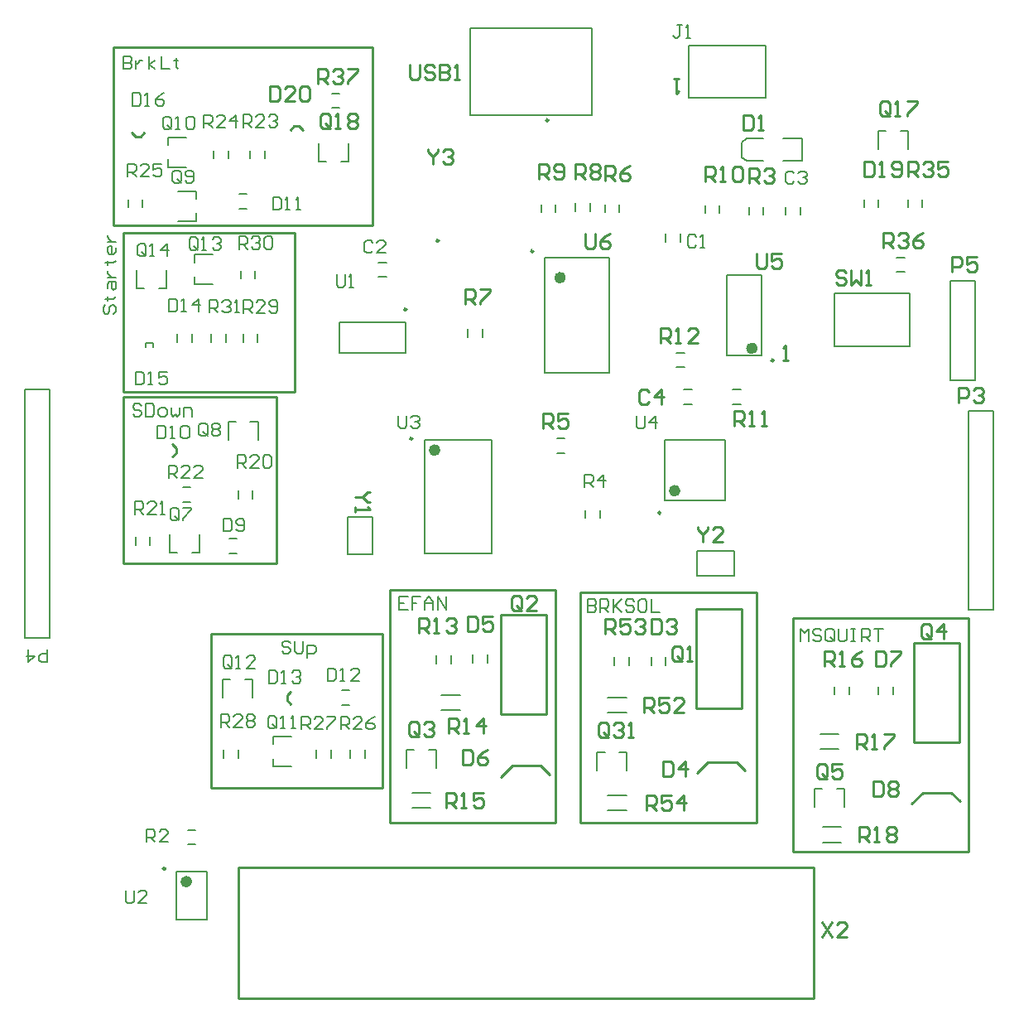
<source format=gto>
G04*
G04 #@! TF.GenerationSoftware,Altium Limited,Altium Designer,18.0.11 (651)*
G04*
G04 Layer_Color=65535*
%FSLAX25Y25*%
%MOIN*%
G70*
G01*
G75*
%ADD10C,0.00984*%
%ADD11C,0.02362*%
%ADD12C,0.00787*%
%ADD13C,0.01000*%
%ADD14C,0.00800*%
%ADD15C,0.00700*%
D10*
X412402Y654528D02*
G03*
X412402Y654528I-492J0D01*
G01*
X406299Y601870D02*
G03*
X406299Y601870I-492J0D01*
G01*
X503051Y557972D02*
G03*
X503051Y557972I-492J0D01*
G01*
X258169Y353465D02*
G03*
X258169Y353465I-492J0D01*
G01*
X457579Y496654D02*
G03*
X457579Y496654I-492J0D01*
G01*
X368209Y606102D02*
G03*
X368209Y606102I-492J0D01*
G01*
X355217Y578445D02*
G03*
X355217Y578445I-492J0D01*
G01*
X357579Y526496D02*
G03*
X357579Y526496I-492J0D01*
G01*
D11*
X418209Y591240D02*
G03*
X418209Y591240I-1181J0D01*
G01*
X495472Y562795D02*
G03*
X495472Y562795I-1181J0D01*
G01*
X267717Y348228D02*
G03*
X267717Y348228I-1181J0D01*
G01*
X464370Y505512D02*
G03*
X464370Y505512I-1181J0D01*
G01*
X367717Y521850D02*
G03*
X367717Y521850I-1181J0D01*
G01*
D12*
X380709Y691535D02*
X429921D01*
X380709Y656693D02*
X429921D01*
X380709D02*
Y691535D01*
X429921Y656693D02*
Y691535D01*
X574232Y550098D02*
X584232D01*
X574232D02*
Y590098D01*
X584232Y550098D02*
Y590098D01*
X574232D02*
X584232D01*
X581614Y537598D02*
X591614D01*
Y457598D02*
Y537598D01*
X581614Y457598D02*
X591614D01*
X581614D02*
Y537598D01*
X410728Y599311D02*
X436713D01*
Y552854D02*
Y599311D01*
X410728Y552854D02*
Y599311D01*
Y552854D02*
X436713D01*
X329134Y419291D02*
X332283D01*
X329134Y425197D02*
X332283D01*
X301378Y394590D02*
Y397638D01*
Y403543D02*
Y406588D01*
X281204Y429528D02*
X284252D01*
X290158D02*
X293202D01*
X338583Y398031D02*
Y401181D01*
X332677Y398031D02*
Y401181D01*
X324803Y398031D02*
Y401181D01*
X318898Y398031D02*
Y401181D01*
X287402Y398031D02*
Y401181D01*
X281496Y398031D02*
Y401181D01*
X486614Y540354D02*
X489764D01*
X486614Y546260D02*
X489764D01*
X498032Y559842D02*
Y592224D01*
X484145Y559842D02*
Y592224D01*
Y559842D02*
X498032D01*
X484145Y592224D02*
X498032D01*
X466929Y540354D02*
X470079D01*
X466929Y546260D02*
X470079D01*
X463976Y561024D02*
X467126D01*
X463976Y555118D02*
X467126D01*
X385827Y567323D02*
Y570472D01*
X379921Y567323D02*
Y570472D01*
X409449Y617520D02*
Y620669D01*
X415354Y617520D02*
Y620669D01*
X298228Y639173D02*
Y642323D01*
X292323Y639173D02*
Y642323D01*
X277559Y639173D02*
Y642323D01*
X283465Y639173D02*
Y642323D01*
X287795Y619095D02*
X290945D01*
X287795Y625000D02*
X290945D01*
X283858Y480315D02*
X287008D01*
X283858Y486221D02*
X287008D01*
X292323Y533268D02*
X295368D01*
X283369D02*
X286417D01*
X338445Y479980D02*
X341614D01*
X331614D02*
X338445D01*
X331614D02*
Y494980D01*
X341614D01*
Y479980D02*
Y494980D01*
X262598Y332874D02*
X274803D01*
X262598Y352165D02*
X274803D01*
Y332874D02*
Y352165D01*
X262598Y332874D02*
Y352165D01*
X262795Y565354D02*
Y568504D01*
X268701Y565354D02*
Y568504D01*
X276575Y565354D02*
Y568504D01*
X282480Y565354D02*
Y568504D01*
X295276Y565354D02*
Y568504D01*
X289370Y565354D02*
Y568504D01*
X294291Y590945D02*
Y594095D01*
X288386Y590945D02*
Y594095D01*
X459252Y501575D02*
X483661D01*
X459252Y525984D02*
X483661D01*
X459252Y501575D02*
Y525984D01*
X483661Y501575D02*
Y525984D01*
X436221Y382972D02*
X443701D01*
X436221Y376870D02*
X443701D01*
X436221Y422342D02*
X443701D01*
X436221Y416240D02*
X443701D01*
X459646Y435433D02*
Y438583D01*
X453740Y435433D02*
Y438583D01*
X438976Y435433D02*
Y438583D01*
X444882Y435433D02*
Y438583D01*
X519590Y385630D02*
X522638D01*
X528543D02*
X531588D01*
X367126Y436024D02*
Y439173D01*
X373031Y436024D02*
Y439173D01*
X522835Y370177D02*
X530315D01*
X522835Y364075D02*
X530315D01*
X355220Y401378D02*
X358268D01*
X364173D02*
X367218D01*
X357480Y383957D02*
X364961D01*
X357480Y377854D02*
X364961D01*
X387795Y436417D02*
Y439567D01*
X381890Y436417D02*
Y439567D01*
X211693Y446339D02*
Y538839D01*
Y546339D01*
X201693D02*
X211693D01*
X201693Y446339D02*
Y546339D01*
Y446339D02*
X211693D01*
X527559Y423622D02*
Y426772D01*
X533465Y423622D02*
Y426772D01*
X369291Y417224D02*
X376772D01*
X369291Y423327D02*
X376772D01*
X551181Y423622D02*
Y426772D01*
X545276Y423622D02*
Y426772D01*
X521850Y401476D02*
X529331D01*
X521850Y407579D02*
X529331D01*
X269882Y588488D02*
Y591535D01*
Y597441D02*
Y600486D01*
X552559Y593504D02*
X555709D01*
X552559Y599409D02*
X555709D01*
X557087Y619488D02*
Y622638D01*
X562992Y619488D02*
Y622638D01*
X554134Y650394D02*
X557179D01*
X545181D02*
X548228D01*
X545276Y619488D02*
Y622638D01*
X539370Y619488D02*
Y622638D01*
X319790Y637992D02*
X322835D01*
X328740D02*
X331788D01*
X325197Y659449D02*
X328346D01*
X325197Y665354D02*
X328346D01*
X440945Y400394D02*
X443990D01*
X431992D02*
X435039D01*
X435039Y617520D02*
Y620669D01*
X440945Y617520D02*
Y620669D01*
X423228Y618110D02*
Y621260D01*
X429134Y618110D02*
Y621260D01*
X481299Y617126D02*
Y620276D01*
X475394Y617126D02*
Y620276D01*
X328346Y560827D02*
Y573228D01*
X354724Y560827D02*
Y573228D01*
X328346Y560827D02*
X354724D01*
X328346Y573228D02*
X354724D01*
X267126Y369094D02*
X270276D01*
X267126Y363189D02*
X270276D01*
X459646Y605709D02*
Y608858D01*
X465551Y605709D02*
Y608858D01*
X513779Y616535D02*
Y619685D01*
X507874Y616535D02*
Y619685D01*
X251969Y483661D02*
Y486811D01*
X246063Y483661D02*
Y486811D01*
X287402Y502362D02*
Y505512D01*
X293307Y502362D02*
Y505512D01*
X259055Y644685D02*
Y647730D01*
Y635732D02*
Y638779D01*
X270472Y614081D02*
Y617126D01*
Y623032D02*
Y626079D01*
X259750Y480512D02*
X262795D01*
X268701D02*
X271749D01*
X249016Y619488D02*
Y622638D01*
X243110Y619488D02*
Y622638D01*
X265158Y500984D02*
X268307D01*
X265158Y506890D02*
X268307D01*
X246463Y586811D02*
X249508D01*
X255413D02*
X258461D01*
X492323Y638189D02*
X499016D01*
X490354Y645669D02*
X492323Y647244D01*
X490354Y639764D02*
X492323Y638189D01*
Y647244D02*
X499016D01*
X490354Y639764D02*
Y645669D01*
X514370Y638189D02*
Y647244D01*
X506890Y638189D02*
X514370D01*
X506890Y647244D02*
X514370D01*
X343898Y597441D02*
X347047D01*
X343898Y591535D02*
X347047D01*
X493110Y616535D02*
Y619685D01*
X499016Y616535D02*
Y619685D01*
X362598Y480118D02*
Y525787D01*
X389370Y480118D02*
Y525787D01*
X362598D02*
X389370D01*
X362598Y480118D02*
X389370D01*
X427165Y494488D02*
Y497638D01*
X433071Y494488D02*
Y497638D01*
X415748Y526575D02*
X418898D01*
X415748Y520669D02*
X418898D01*
X472106Y471378D02*
X487106D01*
Y481378D01*
X472106D02*
X487106D01*
X472106Y474547D02*
Y481378D01*
Y471378D02*
Y474547D01*
X299758Y433128D02*
Y428012D01*
X302316D01*
X303169Y428865D01*
Y432275D01*
X302316Y433128D01*
X299758D01*
X304875Y428012D02*
X306580D01*
X305728D01*
Y433128D01*
X304875Y432275D01*
X309138D02*
X309991Y433128D01*
X311697D01*
X312549Y432275D01*
Y431423D01*
X311697Y430570D01*
X310844D01*
X311697D01*
X312549Y429717D01*
Y428865D01*
X311697Y428012D01*
X309991D01*
X309138Y428865D01*
X323430Y434046D02*
Y428929D01*
X325988D01*
X326841Y429782D01*
Y433193D01*
X325988Y434046D01*
X323430D01*
X328546Y428929D02*
X330252D01*
X329399D01*
Y434046D01*
X328546Y433193D01*
X336221Y428929D02*
X332810D01*
X336221Y432340D01*
Y433193D01*
X335368Y434046D01*
X333663D01*
X332810Y433193D01*
X302833Y410665D02*
Y414076D01*
X301980Y414928D01*
X300275D01*
X299422Y414076D01*
Y410665D01*
X300275Y409812D01*
X301980D01*
X301128Y411517D02*
X302833Y409812D01*
X301980D02*
X302833Y410665D01*
X304538Y409812D02*
X306244D01*
X305391D01*
Y414928D01*
X304538Y414076D01*
X308802Y409812D02*
X310508D01*
X309655D01*
Y414928D01*
X308802Y414076D01*
X284907Y434908D02*
Y438319D01*
X284054Y439172D01*
X282349D01*
X281496Y438319D01*
Y434908D01*
X282349Y434055D01*
X284054D01*
X283202Y435761D02*
X284907Y434055D01*
X284054D02*
X284907Y434908D01*
X286613Y434055D02*
X288318D01*
X287465D01*
Y439172D01*
X286613Y438319D01*
X294287Y434055D02*
X290876D01*
X294287Y437466D01*
Y438319D01*
X293435Y439172D01*
X291729D01*
X290876Y438319D01*
X328740Y409449D02*
Y414565D01*
X331298D01*
X332151Y413713D01*
Y412007D01*
X331298Y411154D01*
X328740D01*
X330446D02*
X332151Y409449D01*
X337268D02*
X333857D01*
X337268Y412860D01*
Y413713D01*
X336415Y414565D01*
X334709D01*
X333857Y413713D01*
X342384Y414565D02*
X340679Y413713D01*
X338973Y412007D01*
Y410302D01*
X339826Y409449D01*
X341531D01*
X342384Y410302D01*
Y411154D01*
X341531Y412007D01*
X338973D01*
X312992Y409449D02*
Y414565D01*
X315550D01*
X316403Y413713D01*
Y412007D01*
X315550Y411154D01*
X312992D01*
X314698D02*
X316403Y409449D01*
X321519D02*
X318109D01*
X321519Y412860D01*
Y413713D01*
X320667Y414565D01*
X318961D01*
X318109Y413713D01*
X323225Y414565D02*
X326636D01*
Y413713D01*
X323225Y410302D01*
Y409449D01*
X280512Y410433D02*
Y415550D01*
X283070D01*
X283923Y414697D01*
Y412991D01*
X283070Y412139D01*
X280512D01*
X282217D02*
X283923Y410433D01*
X289039D02*
X285628D01*
X289039Y413844D01*
Y414697D01*
X288187Y415550D01*
X286481D01*
X285628Y414697D01*
X290745D02*
X291598Y415550D01*
X293303D01*
X294156Y414697D01*
Y413844D01*
X293303Y412991D01*
X294156Y412139D01*
Y411286D01*
X293303Y410433D01*
X291598D01*
X290745Y411286D01*
Y412139D01*
X291598Y412991D01*
X290745Y413844D01*
Y414697D01*
X291598Y412991D02*
X293303D01*
X308529Y444224D02*
X307676Y445077D01*
X305971D01*
X305118Y444224D01*
Y443372D01*
X305971Y442519D01*
X307676D01*
X308529Y441666D01*
Y440813D01*
X307676Y439961D01*
X305971D01*
X305118Y440813D01*
X310235Y445077D02*
Y440813D01*
X311087Y439961D01*
X312793D01*
X313646Y440813D01*
Y445077D01*
X315351Y438255D02*
Y443372D01*
X317909D01*
X318762Y442519D01*
Y440813D01*
X317909Y439961D01*
X315351D01*
X428150Y461809D02*
Y456693D01*
X430708D01*
X431561Y457546D01*
Y458398D01*
X430708Y459251D01*
X428150D01*
X430708D01*
X431561Y460104D01*
Y460957D01*
X430708Y461809D01*
X428150D01*
X433266Y456693D02*
Y461809D01*
X435824D01*
X436677Y460957D01*
Y459251D01*
X435824Y458398D01*
X433266D01*
X434972D02*
X436677Y456693D01*
X438382Y461809D02*
Y456693D01*
Y458398D01*
X441793Y461809D01*
X439235Y459251D01*
X441793Y456693D01*
X446910Y460957D02*
X446057Y461809D01*
X444352D01*
X443499Y460957D01*
Y460104D01*
X444352Y459251D01*
X446057D01*
X446910Y458398D01*
Y457546D01*
X446057Y456693D01*
X444352D01*
X443499Y457546D01*
X451174Y461809D02*
X449468D01*
X448615Y460957D01*
Y457546D01*
X449468Y456693D01*
X451174D01*
X452026Y457546D01*
Y460957D01*
X451174Y461809D01*
X453732D02*
Y456693D01*
X457143D01*
X513779Y444882D02*
Y449998D01*
X515485Y448293D01*
X517191Y449998D01*
Y444882D01*
X522307Y449146D02*
X521454Y449998D01*
X519749D01*
X518896Y449146D01*
Y448293D01*
X519749Y447440D01*
X521454D01*
X522307Y446587D01*
Y445735D01*
X521454Y444882D01*
X519749D01*
X518896Y445735D01*
X527423D02*
Y449146D01*
X526571Y449998D01*
X524865D01*
X524013Y449146D01*
Y445735D01*
X524865Y444882D01*
X526571D01*
X525718Y446587D02*
X527423Y444882D01*
X526571D02*
X527423Y445735D01*
X529129Y449998D02*
Y445735D01*
X529982Y444882D01*
X531687D01*
X532540Y445735D01*
Y449998D01*
X534245D02*
X535951D01*
X535098D01*
Y444882D01*
X534245D01*
X535951D01*
X538509D02*
Y449998D01*
X541067D01*
X541920Y449146D01*
Y447440D01*
X541067Y446587D01*
X538509D01*
X540215D02*
X541920Y444882D01*
X543626Y449998D02*
X547037D01*
X545331D01*
Y444882D01*
X355773Y462794D02*
X352362D01*
Y457677D01*
X355773D01*
X352362Y460235D02*
X354068D01*
X360890Y462794D02*
X357479D01*
Y460235D01*
X359184D01*
X357479D01*
Y457677D01*
X362595D02*
Y461088D01*
X364301Y462794D01*
X366006Y461088D01*
Y457677D01*
Y460235D01*
X362595D01*
X367712Y457677D02*
Y462794D01*
X371123Y457677D01*
Y462794D01*
X241142Y680313D02*
Y675197D01*
X243700D01*
X244553Y676050D01*
Y676902D01*
X243700Y677755D01*
X241142D01*
X243700D01*
X244553Y678608D01*
Y679461D01*
X243700Y680313D01*
X241142D01*
X246258Y678608D02*
Y675197D01*
Y676902D01*
X247111Y677755D01*
X247964Y678608D01*
X248816D01*
X251375Y675197D02*
Y680313D01*
Y676902D02*
X253933Y678608D01*
X251375Y676902D02*
X253933Y675197D01*
X256491Y680313D02*
Y675197D01*
X259902D01*
X262460Y679461D02*
Y678608D01*
X261608D01*
X263313D01*
X262460D01*
Y676050D01*
X263313Y675197D01*
X233925Y580183D02*
X233072Y579330D01*
Y577624D01*
X233925Y576772D01*
X234778D01*
X235631Y577624D01*
Y579330D01*
X236484Y580183D01*
X237336D01*
X238189Y579330D01*
Y577624D01*
X237336Y576772D01*
X233925Y582741D02*
X234778D01*
Y581888D01*
Y583594D01*
Y582741D01*
X237336D01*
X238189Y583594D01*
X234778Y587005D02*
Y588710D01*
X235631Y589563D01*
X238189D01*
Y587005D01*
X237336Y586152D01*
X236484Y587005D01*
Y589563D01*
X234778Y591268D02*
X238189D01*
X236484D01*
X235631Y592121D01*
X234778Y592974D01*
Y593826D01*
X233925Y597237D02*
X234778D01*
Y596385D01*
Y598090D01*
Y597237D01*
X237336D01*
X238189Y598090D01*
Y603207D02*
Y601501D01*
X237336Y600648D01*
X235631D01*
X234778Y601501D01*
Y603207D01*
X235631Y604059D01*
X236484D01*
Y600648D01*
X234778Y605765D02*
X238189D01*
X236484D01*
X235631Y606618D01*
X234778Y607470D01*
Y608323D01*
X248490Y539697D02*
X247637Y540550D01*
X245932D01*
X245079Y539697D01*
Y538844D01*
X245932Y537991D01*
X247637D01*
X248490Y537139D01*
Y536286D01*
X247637Y535433D01*
X245932D01*
X245079Y536286D01*
X250195Y540550D02*
Y535433D01*
X252753D01*
X253606Y536286D01*
Y539697D01*
X252753Y540550D01*
X250195D01*
X256164Y535433D02*
X257870D01*
X258723Y536286D01*
Y537991D01*
X257870Y538844D01*
X256164D01*
X255312Y537991D01*
Y536286D01*
X256164Y535433D01*
X260428Y538844D02*
Y536286D01*
X261281Y535433D01*
X262134Y536286D01*
X262986Y535433D01*
X263839Y536286D01*
Y538844D01*
X265545Y535433D02*
Y538844D01*
X268103D01*
X268955Y537991D01*
Y535433D01*
X447835Y535628D02*
Y531364D01*
X448687Y530512D01*
X450393D01*
X451246Y531364D01*
Y535628D01*
X455509Y530512D02*
Y535628D01*
X452951Y533070D01*
X456362D01*
X351843Y535769D02*
Y531505D01*
X352696Y530653D01*
X354401D01*
X355254Y531505D01*
Y535769D01*
X356960Y534916D02*
X357812Y535769D01*
X359518D01*
X360371Y534916D01*
Y534064D01*
X359518Y533211D01*
X358665D01*
X359518D01*
X360371Y532358D01*
Y531505D01*
X359518Y530653D01*
X357812D01*
X356960Y531505D01*
X242126Y344683D02*
Y340420D01*
X242979Y339567D01*
X244684D01*
X245537Y340420D01*
Y344683D01*
X250653Y339567D02*
X247242D01*
X250653Y342978D01*
Y343831D01*
X249801Y344683D01*
X248095D01*
X247242Y343831D01*
X327058Y592453D02*
Y588190D01*
X327910Y587337D01*
X329616D01*
X330468Y588190D01*
Y592453D01*
X332174Y587337D02*
X333879D01*
X333027D01*
Y592453D01*
X332174Y591601D01*
X275886Y577165D02*
Y582282D01*
X278444D01*
X279297Y581429D01*
Y579724D01*
X278444Y578871D01*
X275886D01*
X277591D02*
X279297Y577165D01*
X281002Y581429D02*
X281855Y582282D01*
X283560D01*
X284413Y581429D01*
Y580576D01*
X283560Y579724D01*
X282708D01*
X283560D01*
X284413Y578871D01*
Y578018D01*
X283560Y577165D01*
X281855D01*
X281002Y578018D01*
X286119Y577165D02*
X287824D01*
X286971D01*
Y582282D01*
X286119Y581429D01*
X287697Y602756D02*
Y607872D01*
X290255D01*
X291108Y607020D01*
Y605314D01*
X290255Y604461D01*
X287697D01*
X289402D02*
X291108Y602756D01*
X292813Y607020D02*
X293666Y607872D01*
X295372D01*
X296224Y607020D01*
Y606167D01*
X295372Y605314D01*
X294519D01*
X295372D01*
X296224Y604461D01*
Y603609D01*
X295372Y602756D01*
X293666D01*
X292813Y603609D01*
X297930Y607020D02*
X298782Y607872D01*
X300488D01*
X301341Y607020D01*
Y603609D01*
X300488Y602756D01*
X298782D01*
X297930Y603609D01*
Y607020D01*
X289665Y577067D02*
Y582183D01*
X292224D01*
X293076Y581331D01*
Y579625D01*
X292224Y578772D01*
X289665D01*
X291371D02*
X293076Y577067D01*
X298193D02*
X294782D01*
X298193Y580478D01*
Y581331D01*
X297340Y582183D01*
X295635D01*
X294782Y581331D01*
X299898Y577920D02*
X300751Y577067D01*
X302456D01*
X303309Y577920D01*
Y581331D01*
X302456Y582183D01*
X300751D01*
X299898Y581331D01*
Y580478D01*
X300751Y579625D01*
X303309D01*
X242954Y631888D02*
Y637005D01*
X245513D01*
X246365Y636152D01*
Y634446D01*
X245513Y633594D01*
X242954D01*
X244660D02*
X246365Y631888D01*
X251482D02*
X248071D01*
X251482Y635299D01*
Y636152D01*
X250629Y637005D01*
X248923D01*
X248071Y636152D01*
X256598Y637005D02*
X253187D01*
Y634446D01*
X254893Y635299D01*
X255746D01*
X256598Y634446D01*
Y632741D01*
X255746Y631888D01*
X254040D01*
X253187Y632741D01*
X273622Y651575D02*
Y656691D01*
X276180D01*
X277033Y655838D01*
Y654133D01*
X276180Y653280D01*
X273622D01*
X275327D02*
X277033Y651575D01*
X282150D02*
X278738D01*
X282150Y654986D01*
Y655838D01*
X281297Y656691D01*
X279591D01*
X278738Y655838D01*
X286413Y651575D02*
Y656691D01*
X283855Y654133D01*
X287266D01*
X289469Y651673D02*
Y656790D01*
X292027D01*
X292880Y655937D01*
Y654232D01*
X292027Y653379D01*
X289469D01*
X291174D02*
X292880Y651673D01*
X297996D02*
X294585D01*
X297996Y655084D01*
Y655937D01*
X297143Y656790D01*
X295438D01*
X294585Y655937D01*
X299701D02*
X300554Y656790D01*
X302260D01*
X303112Y655937D01*
Y655084D01*
X302260Y654232D01*
X301407D01*
X302260D01*
X303112Y653379D01*
Y652526D01*
X302260Y651673D01*
X300554D01*
X299701Y652526D01*
X259453Y510638D02*
Y515754D01*
X262011D01*
X262864Y514901D01*
Y513196D01*
X262011Y512343D01*
X259453D01*
X261158D02*
X262864Y510638D01*
X267980D02*
X264569D01*
X267980Y514049D01*
Y514901D01*
X267127Y515754D01*
X265422D01*
X264569Y514901D01*
X273097Y510638D02*
X269686D01*
X273097Y514049D01*
Y514901D01*
X272244Y515754D01*
X270538D01*
X269686Y514901D01*
X245894Y496073D02*
Y501190D01*
X248452D01*
X249305Y500337D01*
Y498631D01*
X248452Y497779D01*
X245894D01*
X247599D02*
X249305Y496073D01*
X254421D02*
X251010D01*
X254421Y499484D01*
Y500337D01*
X253568Y501190D01*
X251863D01*
X251010Y500337D01*
X256127Y496073D02*
X257832D01*
X256979D01*
Y501190D01*
X256127Y500337D01*
X287184Y514774D02*
Y519890D01*
X289742D01*
X290595Y519038D01*
Y517332D01*
X289742Y516479D01*
X287184D01*
X288890D02*
X290595Y514774D01*
X295712D02*
X292301D01*
X295712Y518185D01*
Y519038D01*
X294859Y519890D01*
X293153D01*
X292301Y519038D01*
X297417D02*
X298270Y519890D01*
X299975D01*
X300828Y519038D01*
Y515627D01*
X299975Y514774D01*
X298270D01*
X297417Y515627D01*
Y519038D01*
X427010Y506906D02*
Y512022D01*
X429568D01*
X430421Y511169D01*
Y509464D01*
X429568Y508611D01*
X427010D01*
X428716D02*
X430421Y506906D01*
X434685D02*
Y512022D01*
X432127Y509464D01*
X435538D01*
X250591Y364173D02*
Y369290D01*
X253149D01*
X254001Y368437D01*
Y366731D01*
X253149Y365879D01*
X250591D01*
X252296D02*
X254001Y364173D01*
X259118D02*
X255707D01*
X259118Y367584D01*
Y368437D01*
X258265Y369290D01*
X256560D01*
X255707Y368437D01*
X250265Y600662D02*
Y604073D01*
X249412Y604926D01*
X247706D01*
X246854Y604073D01*
Y600662D01*
X247706Y599810D01*
X249412D01*
X248559Y601515D02*
X250265Y599810D01*
X249412D02*
X250265Y600662D01*
X251970Y599810D02*
X253676D01*
X252823D01*
Y604926D01*
X251970Y604073D01*
X258792Y599810D02*
Y604926D01*
X256234Y602368D01*
X259645D01*
X271128Y603215D02*
Y606626D01*
X270275Y607479D01*
X268569D01*
X267717Y606626D01*
Y603215D01*
X268569Y602362D01*
X270275D01*
X269422Y604068D02*
X271128Y602362D01*
X270275D02*
X271128Y603215D01*
X272833Y602362D02*
X274538D01*
X273686D01*
Y607479D01*
X272833Y606626D01*
X277097D02*
X277949Y607479D01*
X279655D01*
X280508Y606626D01*
Y605773D01*
X279655Y604920D01*
X278802D01*
X279655D01*
X280508Y604068D01*
Y603215D01*
X279655Y602362D01*
X277949D01*
X277097Y603215D01*
X260516Y651780D02*
Y655191D01*
X259663Y656044D01*
X257958D01*
X257105Y655191D01*
Y651780D01*
X257958Y650928D01*
X259663D01*
X258810Y652633D02*
X260516Y650928D01*
X259663D02*
X260516Y651780D01*
X262221Y650928D02*
X263927D01*
X263074D01*
Y656044D01*
X262221Y655191D01*
X266485D02*
X267338Y656044D01*
X269043D01*
X269896Y655191D01*
Y651780D01*
X269043Y650928D01*
X267338D01*
X266485Y651780D01*
Y655191D01*
X264418Y630125D02*
Y633536D01*
X263565Y634389D01*
X261860D01*
X261007Y633536D01*
Y630125D01*
X261860Y629272D01*
X263565D01*
X262713Y630978D02*
X264418Y629272D01*
X263565D02*
X264418Y630125D01*
X266124D02*
X266976Y629272D01*
X268682D01*
X269534Y630125D01*
Y633536D01*
X268682Y634389D01*
X266976D01*
X266124Y633536D01*
Y632683D01*
X266976Y631831D01*
X269534D01*
X275064Y528412D02*
Y531823D01*
X274212Y532676D01*
X272506D01*
X271654Y531823D01*
Y528412D01*
X272506Y527559D01*
X274212D01*
X273359Y529264D02*
X275064Y527559D01*
X274212D02*
X275064Y528412D01*
X276770Y531823D02*
X277623Y532676D01*
X279328D01*
X280181Y531823D01*
Y530970D01*
X279328Y530117D01*
X280181Y529264D01*
Y528412D01*
X279328Y527559D01*
X277623D01*
X276770Y528412D01*
Y529264D01*
X277623Y530117D01*
X276770Y530970D01*
Y531823D01*
X277623Y530117D02*
X279328D01*
X263538Y494406D02*
Y497817D01*
X262685Y498670D01*
X260980D01*
X260127Y497817D01*
Y494406D01*
X260980Y493553D01*
X262685D01*
X261832Y495259D02*
X263538Y493553D01*
X262685D02*
X263538Y494406D01*
X265243Y498670D02*
X268654D01*
Y497817D01*
X265243Y494406D01*
Y493553D01*
X210630Y441653D02*
Y436537D01*
X208072D01*
X207219Y437390D01*
Y439095D01*
X208072Y439948D01*
X210630D01*
X202955Y441653D02*
Y436537D01*
X205514Y439095D01*
X202102D01*
X466065Y692875D02*
X464359D01*
X465212D01*
Y688611D01*
X464359Y687758D01*
X463506D01*
X462653Y688611D01*
X467770Y687758D02*
X469476D01*
X468623D01*
Y692875D01*
X467770Y692022D01*
X244861Y665553D02*
Y660436D01*
X247420D01*
X248272Y661289D01*
Y664700D01*
X247420Y665553D01*
X244861D01*
X249978Y660436D02*
X251683D01*
X250831D01*
Y665553D01*
X249978Y664700D01*
X257653Y665553D02*
X255947Y664700D01*
X254242Y662994D01*
Y661289D01*
X255094Y660436D01*
X256800D01*
X257653Y661289D01*
Y662142D01*
X256800Y662994D01*
X254242D01*
X246063Y553345D02*
Y548228D01*
X248621D01*
X249474Y549081D01*
Y552492D01*
X248621Y553345D01*
X246063D01*
X251179Y548228D02*
X252885D01*
X252032D01*
Y553345D01*
X251179Y552492D01*
X258854Y553345D02*
X255443D01*
Y550787D01*
X257149Y551639D01*
X258001D01*
X258854Y550787D01*
Y549081D01*
X258001Y548228D01*
X256296D01*
X255443Y549081D01*
X259547Y582676D02*
Y577559D01*
X262105D01*
X262958Y578412D01*
Y581823D01*
X262105Y582676D01*
X259547D01*
X264664Y577559D02*
X266369D01*
X265516D01*
Y582676D01*
X264664Y581823D01*
X271486Y577559D02*
Y582676D01*
X268927Y580117D01*
X272338D01*
X301378Y623620D02*
Y618504D01*
X303936D01*
X304789Y619357D01*
Y622768D01*
X303936Y623620D01*
X301378D01*
X306494Y618504D02*
X308200D01*
X307347D01*
Y623620D01*
X306494Y622768D01*
X310758Y618504D02*
X312464D01*
X311611D01*
Y623620D01*
X310758Y622768D01*
X254921Y531691D02*
Y526575D01*
X257480D01*
X258332Y527427D01*
Y530838D01*
X257480Y531691D01*
X254921D01*
X260038Y526575D02*
X261743D01*
X260891D01*
Y531691D01*
X260038Y530838D01*
X264301D02*
X265154Y531691D01*
X266860D01*
X267712Y530838D01*
Y527427D01*
X266860Y526575D01*
X265154D01*
X264301Y527427D01*
Y530838D01*
X281496Y494290D02*
Y489173D01*
X284054D01*
X284907Y490026D01*
Y493437D01*
X284054Y494290D01*
X281496D01*
X286613Y490026D02*
X287465Y489173D01*
X289171D01*
X290023Y490026D01*
Y493437D01*
X289171Y494290D01*
X287465D01*
X286613Y493437D01*
Y492584D01*
X287465Y491732D01*
X290023D01*
X511285Y633201D02*
X510432Y634054D01*
X508727D01*
X507874Y633201D01*
Y629790D01*
X508727Y628937D01*
X510432D01*
X511285Y629790D01*
X512991Y633201D02*
X513843Y634054D01*
X515549D01*
X516401Y633201D01*
Y632348D01*
X515549Y631495D01*
X514696D01*
X515549D01*
X516401Y630643D01*
Y629790D01*
X515549Y628937D01*
X513843D01*
X512991Y629790D01*
X341604Y605431D02*
X340751Y606283D01*
X339046D01*
X338193Y605431D01*
Y602020D01*
X339046Y601167D01*
X340751D01*
X341604Y602020D01*
X346720Y601167D02*
X343309D01*
X346720Y604578D01*
Y605431D01*
X345868Y606283D01*
X344162D01*
X343309Y605431D01*
X471915Y607610D02*
X471062Y608463D01*
X469357D01*
X468504Y607610D01*
Y604199D01*
X469357Y603346D01*
X471062D01*
X471915Y604199D01*
X473620Y603346D02*
X475326D01*
X474473D01*
Y608463D01*
X473620Y607610D01*
D13*
X307067Y421244D02*
X308567Y419744D01*
X307067Y423244D02*
X308567Y424744D01*
X307067Y421244D02*
Y423244D01*
X276575Y447835D02*
X345473D01*
X276575Y385827D02*
Y447835D01*
X345473Y385827D02*
Y447835D01*
X276575Y385827D02*
X345473D01*
X237205Y684055D02*
X341535D01*
X237205Y612205D02*
Y684055D01*
X341535Y612205D02*
Y684055D01*
X237205Y612205D02*
X341535D01*
X308524Y650685D02*
X310024Y652185D01*
X312024D02*
X313524Y650685D01*
X310024Y652185D02*
X312024D01*
X241142Y476378D02*
X302904D01*
Y543307D01*
X241142Y476378D02*
Y543307D01*
X302904D01*
X260921Y524154D02*
X262421Y522653D01*
X260921Y519153D02*
X262421Y520653D01*
Y522653D01*
X241142Y545276D02*
X310039D01*
Y545276D02*
Y609252D01*
X241142Y545276D02*
Y609252D01*
X310039D01*
X519153Y349705D02*
Y353858D01*
X287539Y349705D02*
Y353858D01*
X519153D01*
Y305472D02*
Y349705D01*
X287539Y305472D02*
Y349705D01*
Y301260D02*
X519153D01*
X287539D02*
Y305472D01*
X519153Y301260D02*
Y305472D01*
X348425Y371949D02*
X415354D01*
Y465551D01*
X348425Y371949D02*
Y465551D01*
X415354D01*
X425197Y372047D02*
X496063D01*
Y464567D01*
X425197Y372047D02*
Y464567D01*
X496063D01*
X510827Y454429D02*
X581693D01*
X510827Y360236D02*
Y454429D01*
X581693Y360236D02*
Y454429D01*
X510827Y360236D02*
X581693D01*
X471799Y417992D02*
Y457992D01*
X490299D01*
Y417992D02*
Y457992D01*
X471799Y417992D02*
X490299D01*
X472049Y391799D02*
X476549Y396299D01*
X488049D01*
X491549Y392799D01*
X393059Y415669D02*
Y455669D01*
X411559D01*
Y415669D02*
Y455669D01*
X393059Y415669D02*
X411559D01*
X558663Y379594D02*
X563163Y384095D01*
X574663D01*
X578163Y380594D01*
X559398Y404213D02*
Y444213D01*
X577898D01*
Y404213D02*
Y444213D01*
X559398Y404213D02*
X577898D01*
X393309Y390421D02*
X397809Y394921D01*
X409309D01*
X412809Y391421D01*
X246047Y648012D02*
X248047D01*
X244547Y649512D02*
X246047Y648012D01*
X248047D02*
X249547Y649512D01*
X356398Y677061D02*
Y672063D01*
X357397Y671063D01*
X359397D01*
X360396Y672063D01*
Y677061D01*
X366394Y676061D02*
X365395Y677061D01*
X363395D01*
X362396Y676061D01*
Y675062D01*
X363395Y674062D01*
X365395D01*
X366394Y673062D01*
Y672063D01*
X365395Y671063D01*
X363395D01*
X362396Y672063D01*
X368394Y677061D02*
Y671063D01*
X371393D01*
X372393Y672063D01*
Y673062D01*
X371393Y674062D01*
X368394D01*
X371393D01*
X372393Y675062D01*
Y676061D01*
X371393Y677061D01*
X368394D01*
X374392Y671063D02*
X376391D01*
X375392D01*
Y677061D01*
X374392Y676061D01*
X574882Y593448D02*
Y599446D01*
X577881D01*
X578881Y598447D01*
Y596448D01*
X577881Y595448D01*
X574882D01*
X584879Y599446D02*
X580880D01*
Y596448D01*
X582880Y597447D01*
X583879D01*
X584879Y596448D01*
Y594448D01*
X583879Y593448D01*
X581880D01*
X580880Y594448D01*
X427362Y609049D02*
Y604051D01*
X428362Y603051D01*
X430361D01*
X431361Y604051D01*
Y609049D01*
X437359D02*
X435360Y608050D01*
X433360Y606050D01*
Y604051D01*
X434360Y603051D01*
X436359D01*
X437359Y604051D01*
Y605051D01*
X436359Y606050D01*
X433360D01*
X487205Y531496D02*
Y537494D01*
X490204D01*
X491203Y536494D01*
Y534495D01*
X490204Y533495D01*
X487205D01*
X489204D02*
X491203Y531496D01*
X493203D02*
X495202D01*
X494203D01*
Y537494D01*
X493203Y536494D01*
X498201Y531496D02*
X500201D01*
X499201D01*
Y537494D01*
X498201Y536494D01*
X506890Y558071D02*
X508889D01*
X507889D01*
Y564069D01*
X506890Y563069D01*
X452818Y545353D02*
X451818Y546352D01*
X449819D01*
X448819Y545353D01*
Y541354D01*
X449819Y540354D01*
X451818D01*
X452818Y541354D01*
X457816Y540354D02*
Y546352D01*
X454817Y543353D01*
X458816D01*
X457677Y564961D02*
Y570959D01*
X460676D01*
X461676Y569959D01*
Y567960D01*
X460676Y566960D01*
X457677D01*
X459677D02*
X461676Y564961D01*
X463675D02*
X465675D01*
X464675D01*
Y570959D01*
X463675Y569959D01*
X472672Y564961D02*
X468674D01*
X472672Y568959D01*
Y569959D01*
X471673Y570959D01*
X469673D01*
X468674Y569959D01*
X464852Y671334D02*
X462853D01*
X463852D01*
Y665336D01*
X464852Y666335D01*
X496063Y600880D02*
Y595882D01*
X497063Y594882D01*
X499062D01*
X500062Y595882D01*
Y600880D01*
X506060D02*
X502061D01*
Y597881D01*
X504060Y598881D01*
X505060D01*
X506060Y597881D01*
Y595882D01*
X505060Y594882D01*
X503061D01*
X502061Y595882D01*
X363740Y642799D02*
Y641799D01*
X365739Y639800D01*
X367739Y641799D01*
Y642799D01*
X365739Y639800D02*
Y636801D01*
X369738Y641799D02*
X370738Y642799D01*
X372737D01*
X373737Y641799D01*
Y640800D01*
X372737Y639800D01*
X371738D01*
X372737D01*
X373737Y638800D01*
Y637801D01*
X372737Y636801D01*
X370738D01*
X369738Y637801D01*
X522638Y331785D02*
X526637Y325787D01*
Y331785D02*
X522638Y325787D01*
X532635D02*
X528636D01*
X532635Y329786D01*
Y330786D01*
X531635Y331785D01*
X529635D01*
X528636Y330786D01*
X451772Y376969D02*
Y382967D01*
X454771D01*
X455770Y381967D01*
Y379967D01*
X454771Y378968D01*
X451772D01*
X453771D02*
X455770Y376969D01*
X461768Y382967D02*
X457770D01*
Y379967D01*
X459769Y380967D01*
X460769D01*
X461768Y379967D01*
Y377968D01*
X460769Y376969D01*
X458769D01*
X457770Y377968D01*
X466767Y376969D02*
Y382967D01*
X463768Y379967D01*
X467767D01*
X435039Y447835D02*
Y453833D01*
X438038D01*
X439038Y452833D01*
Y450834D01*
X438038Y449834D01*
X435039D01*
X437039D02*
X439038Y447835D01*
X445036Y453833D02*
X441037D01*
Y450834D01*
X443037Y451833D01*
X444036D01*
X445036Y450834D01*
Y448834D01*
X444036Y447835D01*
X442037D01*
X441037Y448834D01*
X447036Y452833D02*
X448035Y453833D01*
X450035D01*
X451034Y452833D01*
Y451833D01*
X450035Y450834D01*
X449035D01*
X450035D01*
X451034Y449834D01*
Y448834D01*
X450035Y447835D01*
X448035D01*
X447036Y448834D01*
X450787Y416339D02*
Y422337D01*
X453786D01*
X454786Y421337D01*
Y419338D01*
X453786Y418338D01*
X450787D01*
X452787D02*
X454786Y416339D01*
X460784Y422337D02*
X456785D01*
Y419338D01*
X458785Y420337D01*
X459785D01*
X460784Y419338D01*
Y417338D01*
X459785Y416339D01*
X457785D01*
X456785Y417338D01*
X466782Y416339D02*
X462783D01*
X466782Y420337D01*
Y421337D01*
X465782Y422337D01*
X463783D01*
X462783Y421337D01*
X319669Y669300D02*
Y675298D01*
X322668D01*
X323667Y674298D01*
Y672299D01*
X322668Y671299D01*
X319669D01*
X321668D02*
X323667Y669300D01*
X325667Y674298D02*
X326666Y675298D01*
X328666D01*
X329665Y674298D01*
Y673299D01*
X328666Y672299D01*
X327666D01*
X328666D01*
X329665Y671299D01*
Y670300D01*
X328666Y669300D01*
X326666D01*
X325667Y670300D01*
X331665Y675298D02*
X335663D01*
Y674298D01*
X331665Y670300D01*
Y669300D01*
X547084Y603400D02*
Y609398D01*
X550083D01*
X551083Y608398D01*
Y606399D01*
X550083Y605399D01*
X547084D01*
X549084D02*
X551083Y603400D01*
X553082Y608398D02*
X554082Y609398D01*
X556081D01*
X557081Y608398D01*
Y607399D01*
X556081Y606399D01*
X555082D01*
X556081D01*
X557081Y605399D01*
Y604400D01*
X556081Y603400D01*
X554082D01*
X553082Y604400D01*
X563079Y609398D02*
X561080Y608398D01*
X559080Y606399D01*
Y604400D01*
X560080Y603400D01*
X562079D01*
X563079Y604400D01*
Y605399D01*
X562079Y606399D01*
X559080D01*
X557121Y632092D02*
Y638090D01*
X560119D01*
X561119Y637090D01*
Y635091D01*
X560119Y634092D01*
X557121D01*
X559120D02*
X561119Y632092D01*
X563119Y637090D02*
X564118Y638090D01*
X566118D01*
X567117Y637090D01*
Y636091D01*
X566118Y635091D01*
X565118D01*
X566118D01*
X567117Y634092D01*
Y633092D01*
X566118Y632092D01*
X564118D01*
X563119Y633092D01*
X573115Y638090D02*
X569117D01*
Y635091D01*
X571116Y636091D01*
X572116D01*
X573115Y635091D01*
Y633092D01*
X572116Y632092D01*
X570116D01*
X569117Y633092D01*
X537402Y364173D02*
Y370171D01*
X540401D01*
X541400Y369172D01*
Y367172D01*
X540401Y366173D01*
X537402D01*
X539401D02*
X541400Y364173D01*
X543400D02*
X545399D01*
X544399D01*
Y370171D01*
X543400Y369172D01*
X548398D02*
X549398Y370171D01*
X551397D01*
X552397Y369172D01*
Y368172D01*
X551397Y367172D01*
X552397Y366173D01*
Y365173D01*
X551397Y364173D01*
X549398D01*
X548398Y365173D01*
Y366173D01*
X549398Y367172D01*
X548398Y368172D01*
Y369172D01*
X549398Y367172D02*
X551397D01*
X536417Y401575D02*
Y407573D01*
X539416D01*
X540416Y406573D01*
Y404574D01*
X539416Y403574D01*
X536417D01*
X538417D02*
X540416Y401575D01*
X542415D02*
X544415D01*
X543415D01*
Y407573D01*
X542415Y406573D01*
X547414Y407573D02*
X551412D01*
Y406573D01*
X547414Y402574D01*
Y401575D01*
X523622Y435039D02*
Y441037D01*
X526621D01*
X527621Y440038D01*
Y438038D01*
X526621Y437039D01*
X523622D01*
X525621D02*
X527621Y435039D01*
X529620D02*
X531620D01*
X530620D01*
Y441037D01*
X529620Y440038D01*
X538617Y441037D02*
X536618Y440038D01*
X534619Y438038D01*
Y436039D01*
X535618Y435039D01*
X537617D01*
X538617Y436039D01*
Y437039D01*
X537617Y438038D01*
X534619D01*
X371063Y377953D02*
Y383951D01*
X374062D01*
X375062Y382951D01*
Y380952D01*
X374062Y379952D01*
X371063D01*
X373062D02*
X375062Y377953D01*
X377061D02*
X379060D01*
X378061D01*
Y383951D01*
X377061Y382951D01*
X386058Y383951D02*
X382059D01*
Y380952D01*
X384059Y381951D01*
X385058D01*
X386058Y380952D01*
Y378952D01*
X385058Y377953D01*
X383059D01*
X382059Y378952D01*
X372146Y408071D02*
Y414069D01*
X375145D01*
X376144Y413069D01*
Y411070D01*
X375145Y410070D01*
X372146D01*
X374145D02*
X376144Y408071D01*
X378144D02*
X380143D01*
X379143D01*
Y414069D01*
X378144Y413069D01*
X386141Y408071D02*
Y414069D01*
X383142Y411070D01*
X387141D01*
X360236Y448425D02*
Y454423D01*
X363235D01*
X364235Y453424D01*
Y451424D01*
X363235Y450425D01*
X360236D01*
X362236D02*
X364235Y448425D01*
X366234D02*
X368234D01*
X367234D01*
Y454423D01*
X366234Y453424D01*
X371233D02*
X372232Y454423D01*
X374232D01*
X375231Y453424D01*
Y452424D01*
X374232Y451424D01*
X373232D01*
X374232D01*
X375231Y450425D01*
Y449425D01*
X374232Y448425D01*
X372232D01*
X371233Y449425D01*
X475420Y629816D02*
Y635815D01*
X478419D01*
X479418Y634815D01*
Y632816D01*
X478419Y631816D01*
X475420D01*
X477419D02*
X479418Y629816D01*
X481418D02*
X483417D01*
X482417D01*
Y635815D01*
X481418Y634815D01*
X486416D02*
X487416Y635815D01*
X489415D01*
X490415Y634815D01*
Y630816D01*
X489415Y629816D01*
X487416D01*
X486416Y630816D01*
Y634815D01*
X408465Y630905D02*
Y636904D01*
X411464D01*
X412463Y635904D01*
Y633905D01*
X411464Y632905D01*
X408465D01*
X410464D02*
X412463Y630905D01*
X414463Y631905D02*
X415462Y630905D01*
X417462D01*
X418461Y631905D01*
Y635904D01*
X417462Y636904D01*
X415462D01*
X414463Y635904D01*
Y634904D01*
X415462Y633905D01*
X418461D01*
X423269Y630800D02*
Y636798D01*
X426267D01*
X427267Y635798D01*
Y633799D01*
X426267Y632799D01*
X423269D01*
X425268D02*
X427267Y630800D01*
X429267Y635798D02*
X430266Y636798D01*
X432266D01*
X433265Y635798D01*
Y634799D01*
X432266Y633799D01*
X433265Y632799D01*
Y631800D01*
X432266Y630800D01*
X430266D01*
X429267Y631800D01*
Y632799D01*
X430266Y633799D01*
X429267Y634799D01*
Y635798D01*
X430266Y633799D02*
X432266D01*
X378937Y580709D02*
Y586707D01*
X381936D01*
X382936Y585707D01*
Y583708D01*
X381936Y582708D01*
X378937D01*
X380936D02*
X382936Y580709D01*
X384935Y586707D02*
X388934D01*
Y585707D01*
X384935Y581708D01*
Y580709D01*
X435069Y630166D02*
Y636164D01*
X438067D01*
X439067Y635164D01*
Y633165D01*
X438067Y632165D01*
X435069D01*
X437068D02*
X439067Y630166D01*
X445065Y636164D02*
X443066Y635164D01*
X441067Y633165D01*
Y631166D01*
X442066Y630166D01*
X444066D01*
X445065Y631166D01*
Y632165D01*
X444066Y633165D01*
X441067D01*
X436640Y407167D02*
Y411165D01*
X435640Y412165D01*
X433641D01*
X432641Y411165D01*
Y407167D01*
X433641Y406167D01*
X435640D01*
X434640Y408166D02*
X436640Y406167D01*
X435640D02*
X436640Y407167D01*
X438639Y411165D02*
X439639Y412165D01*
X441638D01*
X442638Y411165D01*
Y410166D01*
X441638Y409166D01*
X440638D01*
X441638D01*
X442638Y408166D01*
Y407167D01*
X441638Y406167D01*
X439639D01*
X438639Y407167D01*
X444637Y406167D02*
X446636D01*
X445637D01*
Y412165D01*
X444637Y411165D01*
X324380Y652223D02*
Y656222D01*
X323380Y657222D01*
X321381D01*
X320381Y656222D01*
Y652223D01*
X321381Y651224D01*
X323380D01*
X322380Y653223D02*
X324380Y651224D01*
X323380D02*
X324380Y652223D01*
X326379Y651224D02*
X328379D01*
X327379D01*
Y657222D01*
X326379Y656222D01*
X331378D02*
X332377Y657222D01*
X334377D01*
X335376Y656222D01*
Y655222D01*
X334377Y654223D01*
X335376Y653223D01*
Y652223D01*
X334377Y651224D01*
X332377D01*
X331378Y652223D01*
Y653223D01*
X332377Y654223D01*
X331378Y655222D01*
Y656222D01*
X332377Y654223D02*
X334377D01*
X549793Y657200D02*
Y661198D01*
X548794Y662198D01*
X546794D01*
X545794Y661198D01*
Y657200D01*
X546794Y656200D01*
X548794D01*
X547794Y658199D02*
X549793Y656200D01*
X548794D02*
X549793Y657200D01*
X551793Y656200D02*
X553792D01*
X552792D01*
Y662198D01*
X551793Y661198D01*
X556791Y662198D02*
X560790D01*
Y661198D01*
X556791Y657200D01*
Y656200D01*
X524668Y390763D02*
Y394762D01*
X523668Y395762D01*
X521669D01*
X520669Y394762D01*
Y390763D01*
X521669Y389764D01*
X523668D01*
X522669Y391763D02*
X524668Y389764D01*
X523668D02*
X524668Y390763D01*
X530666Y395762D02*
X526667D01*
Y392763D01*
X528667Y393762D01*
X529666D01*
X530666Y392763D01*
Y390763D01*
X529666Y389764D01*
X527667D01*
X526667Y390763D01*
X566597Y447063D02*
Y451061D01*
X565597Y452061D01*
X563598D01*
X562598Y451061D01*
Y447063D01*
X563598Y446063D01*
X565597D01*
X564598Y448062D02*
X566597Y446063D01*
X565597D02*
X566597Y447063D01*
X571595Y446063D02*
Y452061D01*
X568597Y449062D01*
X572595D01*
X360298Y407496D02*
Y411494D01*
X359298Y412494D01*
X357299D01*
X356299Y411494D01*
Y407496D01*
X357299Y406496D01*
X359298D01*
X358298Y408495D02*
X360298Y406496D01*
X359298D02*
X360298Y407496D01*
X362297Y411494D02*
X363297Y412494D01*
X365296D01*
X366296Y411494D01*
Y410495D01*
X365296Y409495D01*
X364297D01*
X365296D01*
X366296Y408495D01*
Y407496D01*
X365296Y406496D01*
X363297D01*
X362297Y407496D01*
X401538Y458382D02*
Y462380D01*
X400538Y463380D01*
X398539D01*
X397539Y462380D01*
Y458382D01*
X398539Y457382D01*
X400538D01*
X399539Y459381D02*
X401538Y457382D01*
X400538D02*
X401538Y458382D01*
X407536Y457382D02*
X403537D01*
X407536Y461381D01*
Y462380D01*
X406536Y463380D01*
X404537D01*
X403537Y462380D01*
X466105Y437909D02*
Y441908D01*
X465105Y442907D01*
X463106D01*
X462106Y441908D01*
Y437909D01*
X463106Y436909D01*
X465105D01*
X464106Y438909D02*
X466105Y436909D01*
X465105D02*
X466105Y437909D01*
X468104Y436909D02*
X470104D01*
X469104D01*
Y442907D01*
X468104Y441908D01*
X577500Y541000D02*
Y546998D01*
X580499D01*
X581499Y545998D01*
Y543999D01*
X580499Y542999D01*
X577500D01*
X583498Y545998D02*
X584498Y546998D01*
X586497D01*
X587497Y545998D01*
Y544999D01*
X586497Y543999D01*
X585497D01*
X586497D01*
X587497Y542999D01*
Y542000D01*
X586497Y541000D01*
X584498D01*
X583498Y542000D01*
X300197Y668400D02*
Y662402D01*
X303196D01*
X304196Y663401D01*
Y667400D01*
X303196Y668400D01*
X300197D01*
X310194Y662402D02*
X306195D01*
X310194Y666400D01*
Y667400D01*
X309194Y668400D01*
X307195D01*
X306195Y667400D01*
X312193D02*
X313193Y668400D01*
X315192D01*
X316192Y667400D01*
Y663401D01*
X315192Y662402D01*
X313193D01*
X312193Y663401D01*
Y667400D01*
X539419Y638090D02*
Y632092D01*
X542418D01*
X543418Y633092D01*
Y637090D01*
X542418Y638090D01*
X539419D01*
X545417Y632092D02*
X547416D01*
X546417D01*
Y638090D01*
X545417Y637090D01*
X550415Y633092D02*
X551415Y632092D01*
X553414D01*
X554414Y633092D01*
Y637090D01*
X553414Y638090D01*
X551415D01*
X550415Y637090D01*
Y636091D01*
X551415Y635091D01*
X554414D01*
X543307Y388478D02*
Y382480D01*
X546306D01*
X547306Y383480D01*
Y387479D01*
X546306Y388478D01*
X543307D01*
X549305Y387479D02*
X550305Y388478D01*
X552304D01*
X553304Y387479D01*
Y386479D01*
X552304Y385479D01*
X553304Y384480D01*
Y383480D01*
X552304Y382480D01*
X550305D01*
X549305Y383480D01*
Y384480D01*
X550305Y385479D01*
X549305Y386479D01*
Y387479D01*
X550305Y385479D02*
X552304D01*
X544291Y441037D02*
Y435039D01*
X547290D01*
X548290Y436039D01*
Y440038D01*
X547290Y441037D01*
X544291D01*
X550289D02*
X554288D01*
Y440038D01*
X550289Y436039D01*
Y435039D01*
X377953Y401274D02*
Y395276D01*
X380952D01*
X381951Y396275D01*
Y400274D01*
X380952Y401274D01*
X377953D01*
X387949D02*
X385950Y400274D01*
X383951Y398275D01*
Y396275D01*
X384950Y395276D01*
X386950D01*
X387949Y396275D01*
Y397275D01*
X386950Y398275D01*
X383951D01*
X379921Y454817D02*
Y448819D01*
X382920D01*
X383920Y449819D01*
Y453817D01*
X382920Y454817D01*
X379921D01*
X389918D02*
X385919D01*
Y451818D01*
X387919Y452818D01*
X388918D01*
X389918Y451818D01*
Y449819D01*
X388918Y448819D01*
X386919D01*
X385919Y449819D01*
X458661Y396746D02*
Y390748D01*
X461660D01*
X462660Y391748D01*
Y395746D01*
X461660Y396746D01*
X458661D01*
X467659Y390748D02*
Y396746D01*
X464660Y393747D01*
X468658D01*
X453839Y453931D02*
Y447933D01*
X456838D01*
X457837Y448933D01*
Y452931D01*
X456838Y453931D01*
X453839D01*
X459837Y452931D02*
X460836Y453931D01*
X462836D01*
X463835Y452931D01*
Y451932D01*
X462836Y450932D01*
X461836D01*
X462836D01*
X463835Y449932D01*
Y448933D01*
X462836Y447933D01*
X460836D01*
X459837Y448933D01*
X472675Y490809D02*
Y489809D01*
X474674Y487810D01*
X476674Y489809D01*
Y490809D01*
X474674Y487810D02*
Y484811D01*
X482672D02*
X478673D01*
X482672Y488810D01*
Y489809D01*
X481672Y490809D01*
X479672D01*
X478673Y489809D01*
X340644Y504921D02*
X339644D01*
X337645Y502922D01*
X339644Y500922D01*
X340644D01*
X337645Y502922D02*
X334646D01*
Y498923D02*
Y496924D01*
Y497924D01*
X340644D01*
X339644Y498923D01*
X532173Y593417D02*
X531173Y594416D01*
X529174D01*
X528174Y593417D01*
Y592417D01*
X529174Y591417D01*
X531173D01*
X532173Y590417D01*
Y589418D01*
X531173Y588418D01*
X529174D01*
X528174Y589418D01*
X534172Y594416D02*
Y588418D01*
X536171Y590417D01*
X538171Y588418D01*
Y594416D01*
X540170Y588418D02*
X542170D01*
X541170D01*
Y594416D01*
X540170Y593417D01*
X410295Y530529D02*
Y536527D01*
X413294D01*
X414294Y535528D01*
Y533528D01*
X413294Y532528D01*
X410295D01*
X412295D02*
X414294Y530529D01*
X420292Y536527D02*
X416293D01*
Y533528D01*
X418293Y534528D01*
X419292D01*
X420292Y533528D01*
Y531529D01*
X419292Y530529D01*
X417293D01*
X416293Y531529D01*
X493170Y629148D02*
Y635146D01*
X496169D01*
X497169Y634146D01*
Y632147D01*
X496169Y631147D01*
X493170D01*
X495169D02*
X497169Y629148D01*
X499168Y634146D02*
X500168Y635146D01*
X502167D01*
X503167Y634146D01*
Y633147D01*
X502167Y632147D01*
X501167D01*
X502167D01*
X503167Y631147D01*
Y630148D01*
X502167Y629148D01*
X500168D01*
X499168Y630148D01*
X490939Y656667D02*
Y650669D01*
X493938D01*
X494937Y651669D01*
Y655668D01*
X493938Y656667D01*
X490939D01*
X496937Y650669D02*
X498936D01*
X497936D01*
Y656667D01*
X496937Y655668D01*
D14*
X301378Y406588D02*
X308752D01*
X301378Y394590D02*
X308754D01*
X293202Y422153D02*
Y429528D01*
X281204Y422151D02*
Y429528D01*
X283369Y525891D02*
Y533268D01*
X295368Y525893D02*
Y533268D01*
X250173Y563398D02*
Y564898D01*
X253173D01*
Y563398D02*
Y564898D01*
X531588Y378255D02*
Y385630D01*
X519590Y378254D02*
Y385630D01*
X367218Y394004D02*
Y401378D01*
X355220Y394002D02*
Y401378D01*
X269882Y600486D02*
X277256D01*
X269882Y588488D02*
X277258D01*
X545181Y643017D02*
Y650394D01*
X557179Y643019D02*
Y650394D01*
X331788Y637992D02*
Y645368D01*
X319790Y637992D02*
Y645367D01*
X431992Y393018D02*
Y400394D01*
X443990Y393019D02*
Y400394D01*
X259055Y635732D02*
X266431D01*
X259055Y647730D02*
X266430D01*
X263096Y626079D02*
X270472D01*
X263098Y614081D02*
X270472D01*
X271749Y480512D02*
Y487888D01*
X259750Y480512D02*
Y487886D01*
X258461Y586811D02*
Y594187D01*
X246463Y586811D02*
Y594185D01*
D15*
X468852Y663734D02*
X499952D01*
Y684634D01*
X468852D02*
X499952D01*
X468852Y663734D02*
Y684634D01*
X557790Y563590D02*
Y585090D01*
X527490Y563590D02*
X557790D01*
X527490Y585090D02*
X557790D01*
X527490Y563590D02*
Y585090D01*
M02*

</source>
